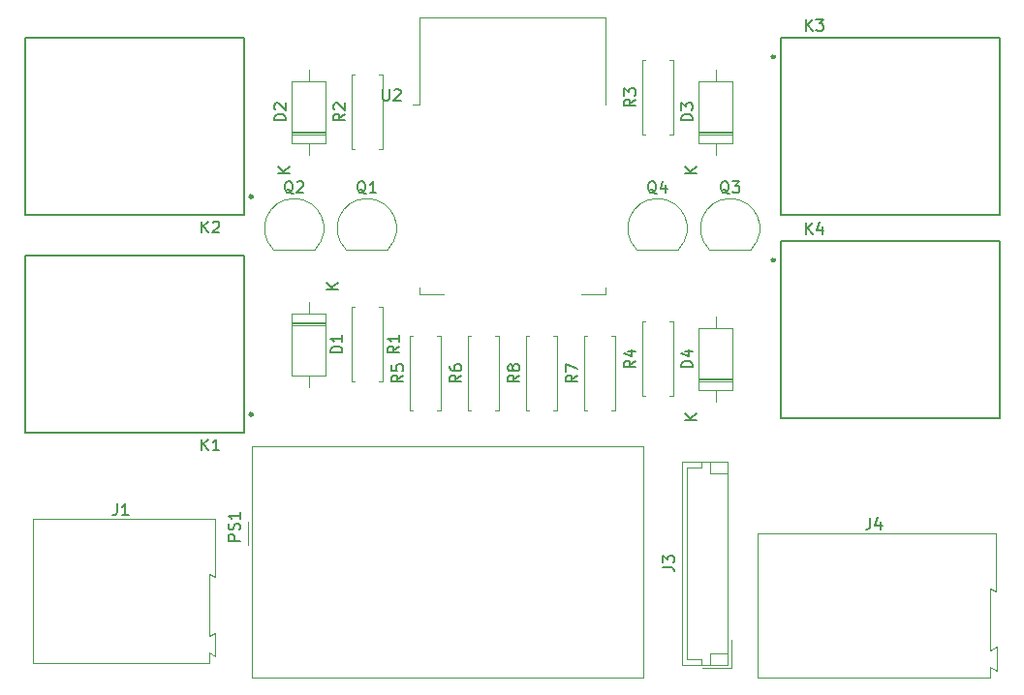
<source format=gto>
%TF.GenerationSoftware,KiCad,Pcbnew,(5.1.10)-1*%
%TF.CreationDate,2021-10-30T21:12:42+05:30*%
%TF.ProjectId,esp12swithch board,65737031-3273-4776-9974-68636820626f,rev?*%
%TF.SameCoordinates,Original*%
%TF.FileFunction,Legend,Top*%
%TF.FilePolarity,Positive*%
%FSLAX46Y46*%
G04 Gerber Fmt 4.6, Leading zero omitted, Abs format (unit mm)*
G04 Created by KiCad (PCBNEW (5.1.10)-1) date 2021-10-30 21:12:42*
%MOMM*%
%LPD*%
G01*
G04 APERTURE LIST*
%ADD10C,0.127000*%
%ADD11C,0.300000*%
%ADD12C,0.120000*%
%ADD13C,0.150000*%
G04 APERTURE END LIST*
D10*
%TO.C,K3*%
X210160000Y-63630000D02*
X210160000Y-48130000D01*
X210160000Y-48130000D02*
X229260000Y-48130000D01*
X229260000Y-48130000D02*
X229260000Y-63630000D01*
X229260000Y-63630000D02*
X210160000Y-63630000D01*
D11*
X209610000Y-49761000D02*
G75*
G03*
X209610000Y-49761000I-100000J0D01*
G01*
D10*
%TO.C,K4*%
X210160000Y-81410000D02*
X210160000Y-65910000D01*
X210160000Y-65910000D02*
X229260000Y-65910000D01*
X229260000Y-65910000D02*
X229260000Y-81410000D01*
X229260000Y-81410000D02*
X210160000Y-81410000D01*
D11*
X209610000Y-67541000D02*
G75*
G03*
X209610000Y-67541000I-100000J0D01*
G01*
D10*
%TO.C,K2*%
X163220000Y-48130000D02*
X163220000Y-63630000D01*
X163220000Y-63630000D02*
X144120000Y-63630000D01*
X144120000Y-63630000D02*
X144120000Y-48130000D01*
X144120000Y-48130000D02*
X163220000Y-48130000D01*
D11*
X163970000Y-61999000D02*
G75*
G03*
X163970000Y-61999000I-100000J0D01*
G01*
D12*
%TO.C,U2*%
X178570000Y-46300000D02*
X194810000Y-46300000D01*
X194810000Y-46300000D02*
X194810000Y-53920000D01*
X194810000Y-69920000D02*
X194810000Y-70540000D01*
X194810000Y-70540000D02*
X192690000Y-70540000D01*
X180690000Y-70540000D02*
X178570000Y-70540000D01*
X178570000Y-70540000D02*
X178570000Y-69920000D01*
X178570000Y-53920000D02*
X178570000Y-46300000D01*
X178570000Y-53920000D02*
X177960000Y-53920000D01*
%TO.C,R8*%
X188190000Y-80740000D02*
X187860000Y-80740000D01*
X187860000Y-80740000D02*
X187860000Y-74200000D01*
X187860000Y-74200000D02*
X188190000Y-74200000D01*
X190270000Y-80740000D02*
X190600000Y-80740000D01*
X190600000Y-80740000D02*
X190600000Y-74200000D01*
X190600000Y-74200000D02*
X190270000Y-74200000D01*
%TO.C,R7*%
X193270000Y-80740000D02*
X192940000Y-80740000D01*
X192940000Y-80740000D02*
X192940000Y-74200000D01*
X192940000Y-74200000D02*
X193270000Y-74200000D01*
X195350000Y-80740000D02*
X195680000Y-80740000D01*
X195680000Y-80740000D02*
X195680000Y-74200000D01*
X195680000Y-74200000D02*
X195350000Y-74200000D01*
%TO.C,R6*%
X183110000Y-80740000D02*
X182780000Y-80740000D01*
X182780000Y-80740000D02*
X182780000Y-74200000D01*
X182780000Y-74200000D02*
X183110000Y-74200000D01*
X185190000Y-80740000D02*
X185520000Y-80740000D01*
X185520000Y-80740000D02*
X185520000Y-74200000D01*
X185520000Y-74200000D02*
X185190000Y-74200000D01*
%TO.C,R5*%
X178030000Y-80740000D02*
X177700000Y-80740000D01*
X177700000Y-80740000D02*
X177700000Y-74200000D01*
X177700000Y-74200000D02*
X178030000Y-74200000D01*
X180110000Y-80740000D02*
X180440000Y-80740000D01*
X180440000Y-80740000D02*
X180440000Y-74200000D01*
X180440000Y-74200000D02*
X180110000Y-74200000D01*
%TO.C,R4*%
X198350000Y-79470000D02*
X198020000Y-79470000D01*
X198020000Y-79470000D02*
X198020000Y-72930000D01*
X198020000Y-72930000D02*
X198350000Y-72930000D01*
X200430000Y-79470000D02*
X200760000Y-79470000D01*
X200760000Y-79470000D02*
X200760000Y-72930000D01*
X200760000Y-72930000D02*
X200430000Y-72930000D01*
%TO.C,R3*%
X198350000Y-56610000D02*
X198020000Y-56610000D01*
X198020000Y-56610000D02*
X198020000Y-50070000D01*
X198020000Y-50070000D02*
X198350000Y-50070000D01*
X200430000Y-56610000D02*
X200760000Y-56610000D01*
X200760000Y-56610000D02*
X200760000Y-50070000D01*
X200760000Y-50070000D02*
X200430000Y-50070000D01*
%TO.C,R2*%
X172950000Y-57880000D02*
X172620000Y-57880000D01*
X172620000Y-57880000D02*
X172620000Y-51340000D01*
X172620000Y-51340000D02*
X172950000Y-51340000D01*
X175030000Y-57880000D02*
X175360000Y-57880000D01*
X175360000Y-57880000D02*
X175360000Y-51340000D01*
X175360000Y-51340000D02*
X175030000Y-51340000D01*
%TO.C,R1*%
X175030000Y-71660000D02*
X175360000Y-71660000D01*
X175360000Y-71660000D02*
X175360000Y-78200000D01*
X175360000Y-78200000D02*
X175030000Y-78200000D01*
X172950000Y-71660000D02*
X172620000Y-71660000D01*
X172620000Y-71660000D02*
X172620000Y-78200000D01*
X172620000Y-78200000D02*
X172950000Y-78200000D01*
%TO.C,Q4*%
X197590000Y-66620000D02*
X201190000Y-66620000D01*
X201228478Y-66608478D02*
G75*
G03*
X199390000Y-62170000I-1838478J1838478D01*
G01*
X197551522Y-66608478D02*
G75*
G02*
X199390000Y-62170000I1838478J1838478D01*
G01*
%TO.C,Q3*%
X203940000Y-66620000D02*
X207540000Y-66620000D01*
X207578478Y-66608478D02*
G75*
G03*
X205740000Y-62170000I-1838478J1838478D01*
G01*
X203901522Y-66608478D02*
G75*
G02*
X205740000Y-62170000I1838478J1838478D01*
G01*
%TO.C,Q2*%
X165840000Y-66620000D02*
X169440000Y-66620000D01*
X169478478Y-66608478D02*
G75*
G03*
X167640000Y-62170000I-1838478J1838478D01*
G01*
X165801522Y-66608478D02*
G75*
G02*
X167640000Y-62170000I1838478J1838478D01*
G01*
%TO.C,Q1*%
X172190000Y-66620000D02*
X175790000Y-66620000D01*
X175828478Y-66608478D02*
G75*
G03*
X173990000Y-62170000I-1838478J1838478D01*
G01*
X172151522Y-66608478D02*
G75*
G02*
X173990000Y-62170000I1838478J1838478D01*
G01*
%TO.C,PS1*%
X163580000Y-90440000D02*
X163580000Y-92450000D01*
X198170000Y-83840000D02*
X163970000Y-83840000D01*
X198170000Y-104040000D02*
X198170000Y-83840000D01*
X163970000Y-104040000D02*
X198170000Y-104040000D01*
X163970000Y-83840000D02*
X163970000Y-104040000D01*
D10*
%TO.C,K1*%
X163220000Y-67180000D02*
X163220000Y-82680000D01*
X163220000Y-82680000D02*
X144120000Y-82680000D01*
X144120000Y-82680000D02*
X144120000Y-67180000D01*
X144120000Y-67180000D02*
X163220000Y-67180000D01*
D11*
X163970000Y-81049000D02*
G75*
G03*
X163970000Y-81049000I-100000J0D01*
G01*
D12*
%TO.C,J4*%
X208170000Y-91490000D02*
X228970000Y-91490000D01*
X228970000Y-91490000D02*
X228970000Y-96540000D01*
X228970000Y-96540000D02*
X228470000Y-96290000D01*
X228470000Y-96290000D02*
X228470000Y-101690000D01*
X228470000Y-101690000D02*
X229020000Y-101390000D01*
X229020000Y-101390000D02*
X229020000Y-103440000D01*
X229020000Y-103440000D02*
X228470000Y-103140000D01*
X228470000Y-103140000D02*
X228470000Y-104090000D01*
X228470000Y-104090000D02*
X208170000Y-104090000D01*
X208170000Y-104090000D02*
X208170000Y-91490000D01*
%TO.C,J3*%
X201490000Y-102940000D02*
X205510000Y-102940000D01*
X205510000Y-102940000D02*
X205510000Y-85220000D01*
X205510000Y-85220000D02*
X201490000Y-85220000D01*
X201490000Y-85220000D02*
X201490000Y-102940000D01*
X203200000Y-102940000D02*
X203200000Y-102440000D01*
X203200000Y-102440000D02*
X201990000Y-102440000D01*
X201990000Y-102440000D02*
X201990000Y-85720000D01*
X201990000Y-85720000D02*
X203200000Y-85720000D01*
X203200000Y-85720000D02*
X203200000Y-85220000D01*
X204010000Y-102940000D02*
X204010000Y-101940000D01*
X204010000Y-101940000D02*
X205510000Y-101940000D01*
X204010000Y-85220000D02*
X204010000Y-86220000D01*
X204010000Y-86220000D02*
X205510000Y-86220000D01*
X203310000Y-103240000D02*
X205810000Y-103240000D01*
X205810000Y-103240000D02*
X205810000Y-100740000D01*
%TO.C,J1*%
X144830000Y-90220000D02*
X144830000Y-102820000D01*
X144830000Y-102820000D02*
X160230000Y-102820000D01*
X160230000Y-102820000D02*
X160230000Y-101870000D01*
X160230000Y-101870000D02*
X160730000Y-102170000D01*
X160730000Y-102170000D02*
X160730000Y-100170000D01*
X160730000Y-100170000D02*
X160230000Y-100420000D01*
X160230000Y-100420000D02*
X160230000Y-95020000D01*
X160230000Y-95020000D02*
X160730000Y-95270000D01*
X160730000Y-95270000D02*
X160730000Y-90220000D01*
X160730000Y-90220000D02*
X144830000Y-90220000D01*
%TO.C,D4*%
X203000000Y-78920000D02*
X205940000Y-78920000D01*
X205940000Y-78920000D02*
X205940000Y-73480000D01*
X205940000Y-73480000D02*
X203000000Y-73480000D01*
X203000000Y-73480000D02*
X203000000Y-78920000D01*
X204470000Y-79940000D02*
X204470000Y-78920000D01*
X204470000Y-72460000D02*
X204470000Y-73480000D01*
X203000000Y-78020000D02*
X205940000Y-78020000D01*
X203000000Y-77900000D02*
X205940000Y-77900000D01*
X203000000Y-78140000D02*
X205940000Y-78140000D01*
%TO.C,D3*%
X203000000Y-57330000D02*
X205940000Y-57330000D01*
X205940000Y-57330000D02*
X205940000Y-51890000D01*
X205940000Y-51890000D02*
X203000000Y-51890000D01*
X203000000Y-51890000D02*
X203000000Y-57330000D01*
X204470000Y-58350000D02*
X204470000Y-57330000D01*
X204470000Y-50870000D02*
X204470000Y-51890000D01*
X203000000Y-56430000D02*
X205940000Y-56430000D01*
X203000000Y-56310000D02*
X205940000Y-56310000D01*
X203000000Y-56550000D02*
X205940000Y-56550000D01*
%TO.C,D2*%
X167440000Y-57330000D02*
X170380000Y-57330000D01*
X170380000Y-57330000D02*
X170380000Y-51890000D01*
X170380000Y-51890000D02*
X167440000Y-51890000D01*
X167440000Y-51890000D02*
X167440000Y-57330000D01*
X168910000Y-58350000D02*
X168910000Y-57330000D01*
X168910000Y-50870000D02*
X168910000Y-51890000D01*
X167440000Y-56430000D02*
X170380000Y-56430000D01*
X167440000Y-56310000D02*
X170380000Y-56310000D01*
X167440000Y-56550000D02*
X170380000Y-56550000D01*
%TO.C,D1*%
X170380000Y-72210000D02*
X167440000Y-72210000D01*
X167440000Y-72210000D02*
X167440000Y-77650000D01*
X167440000Y-77650000D02*
X170380000Y-77650000D01*
X170380000Y-77650000D02*
X170380000Y-72210000D01*
X168910000Y-71190000D02*
X168910000Y-72210000D01*
X168910000Y-78670000D02*
X168910000Y-77650000D01*
X170380000Y-73110000D02*
X167440000Y-73110000D01*
X170380000Y-73230000D02*
X167440000Y-73230000D01*
X170380000Y-72990000D02*
X167440000Y-72990000D01*
%TO.C,K3*%
D13*
X212346205Y-47496583D02*
X212346205Y-46496489D01*
X212917687Y-47496583D02*
X212489075Y-46925101D01*
X212917687Y-46496489D02*
X212346205Y-47067971D01*
X213251052Y-46496489D02*
X213870158Y-46496489D01*
X213536793Y-46877477D01*
X213679664Y-46877477D01*
X213774911Y-46925101D01*
X213822534Y-46972724D01*
X213870158Y-47067971D01*
X213870158Y-47306089D01*
X213822534Y-47401336D01*
X213774911Y-47448959D01*
X213679664Y-47496583D01*
X213393922Y-47496583D01*
X213298675Y-47448959D01*
X213251052Y-47401336D01*
%TO.C,K4*%
X212346205Y-65276583D02*
X212346205Y-64276489D01*
X212917687Y-65276583D02*
X212489075Y-64705101D01*
X212917687Y-64276489D02*
X212346205Y-64847971D01*
X213774911Y-64609854D02*
X213774911Y-65276583D01*
X213536793Y-64228865D02*
X213298675Y-64943218D01*
X213917781Y-64943218D01*
%TO.C,K2*%
X159557465Y-65168263D02*
X159557465Y-64168169D01*
X160128947Y-65168263D02*
X159700335Y-64596781D01*
X160128947Y-64168169D02*
X159557465Y-64739651D01*
X160509935Y-64263416D02*
X160557559Y-64215793D01*
X160652806Y-64168169D01*
X160890924Y-64168169D01*
X160986171Y-64215793D01*
X161033794Y-64263416D01*
X161081418Y-64358663D01*
X161081418Y-64453910D01*
X161033794Y-64596781D01*
X160462312Y-65168263D01*
X161081418Y-65168263D01*
%TO.C,U2*%
X175368095Y-52612380D02*
X175368095Y-53421904D01*
X175415714Y-53517142D01*
X175463333Y-53564761D01*
X175558571Y-53612380D01*
X175749047Y-53612380D01*
X175844285Y-53564761D01*
X175891904Y-53517142D01*
X175939523Y-53421904D01*
X175939523Y-52612380D01*
X176368095Y-52707619D02*
X176415714Y-52660000D01*
X176510952Y-52612380D01*
X176749047Y-52612380D01*
X176844285Y-52660000D01*
X176891904Y-52707619D01*
X176939523Y-52802857D01*
X176939523Y-52898095D01*
X176891904Y-53040952D01*
X176320476Y-53612380D01*
X176939523Y-53612380D01*
%TO.C,R8*%
X187312380Y-77636666D02*
X186836190Y-77970000D01*
X187312380Y-78208095D02*
X186312380Y-78208095D01*
X186312380Y-77827142D01*
X186360000Y-77731904D01*
X186407619Y-77684285D01*
X186502857Y-77636666D01*
X186645714Y-77636666D01*
X186740952Y-77684285D01*
X186788571Y-77731904D01*
X186836190Y-77827142D01*
X186836190Y-78208095D01*
X186740952Y-77065238D02*
X186693333Y-77160476D01*
X186645714Y-77208095D01*
X186550476Y-77255714D01*
X186502857Y-77255714D01*
X186407619Y-77208095D01*
X186360000Y-77160476D01*
X186312380Y-77065238D01*
X186312380Y-76874761D01*
X186360000Y-76779523D01*
X186407619Y-76731904D01*
X186502857Y-76684285D01*
X186550476Y-76684285D01*
X186645714Y-76731904D01*
X186693333Y-76779523D01*
X186740952Y-76874761D01*
X186740952Y-77065238D01*
X186788571Y-77160476D01*
X186836190Y-77208095D01*
X186931428Y-77255714D01*
X187121904Y-77255714D01*
X187217142Y-77208095D01*
X187264761Y-77160476D01*
X187312380Y-77065238D01*
X187312380Y-76874761D01*
X187264761Y-76779523D01*
X187217142Y-76731904D01*
X187121904Y-76684285D01*
X186931428Y-76684285D01*
X186836190Y-76731904D01*
X186788571Y-76779523D01*
X186740952Y-76874761D01*
%TO.C,R7*%
X192392380Y-77636666D02*
X191916190Y-77970000D01*
X192392380Y-78208095D02*
X191392380Y-78208095D01*
X191392380Y-77827142D01*
X191440000Y-77731904D01*
X191487619Y-77684285D01*
X191582857Y-77636666D01*
X191725714Y-77636666D01*
X191820952Y-77684285D01*
X191868571Y-77731904D01*
X191916190Y-77827142D01*
X191916190Y-78208095D01*
X191392380Y-77303333D02*
X191392380Y-76636666D01*
X192392380Y-77065238D01*
%TO.C,R6*%
X182232380Y-77636666D02*
X181756190Y-77970000D01*
X182232380Y-78208095D02*
X181232380Y-78208095D01*
X181232380Y-77827142D01*
X181280000Y-77731904D01*
X181327619Y-77684285D01*
X181422857Y-77636666D01*
X181565714Y-77636666D01*
X181660952Y-77684285D01*
X181708571Y-77731904D01*
X181756190Y-77827142D01*
X181756190Y-78208095D01*
X181232380Y-76779523D02*
X181232380Y-76970000D01*
X181280000Y-77065238D01*
X181327619Y-77112857D01*
X181470476Y-77208095D01*
X181660952Y-77255714D01*
X182041904Y-77255714D01*
X182137142Y-77208095D01*
X182184761Y-77160476D01*
X182232380Y-77065238D01*
X182232380Y-76874761D01*
X182184761Y-76779523D01*
X182137142Y-76731904D01*
X182041904Y-76684285D01*
X181803809Y-76684285D01*
X181708571Y-76731904D01*
X181660952Y-76779523D01*
X181613333Y-76874761D01*
X181613333Y-77065238D01*
X181660952Y-77160476D01*
X181708571Y-77208095D01*
X181803809Y-77255714D01*
%TO.C,R5*%
X177152380Y-77636666D02*
X176676190Y-77970000D01*
X177152380Y-78208095D02*
X176152380Y-78208095D01*
X176152380Y-77827142D01*
X176200000Y-77731904D01*
X176247619Y-77684285D01*
X176342857Y-77636666D01*
X176485714Y-77636666D01*
X176580952Y-77684285D01*
X176628571Y-77731904D01*
X176676190Y-77827142D01*
X176676190Y-78208095D01*
X176152380Y-76731904D02*
X176152380Y-77208095D01*
X176628571Y-77255714D01*
X176580952Y-77208095D01*
X176533333Y-77112857D01*
X176533333Y-76874761D01*
X176580952Y-76779523D01*
X176628571Y-76731904D01*
X176723809Y-76684285D01*
X176961904Y-76684285D01*
X177057142Y-76731904D01*
X177104761Y-76779523D01*
X177152380Y-76874761D01*
X177152380Y-77112857D01*
X177104761Y-77208095D01*
X177057142Y-77255714D01*
%TO.C,R4*%
X197472380Y-76366666D02*
X196996190Y-76700000D01*
X197472380Y-76938095D02*
X196472380Y-76938095D01*
X196472380Y-76557142D01*
X196520000Y-76461904D01*
X196567619Y-76414285D01*
X196662857Y-76366666D01*
X196805714Y-76366666D01*
X196900952Y-76414285D01*
X196948571Y-76461904D01*
X196996190Y-76557142D01*
X196996190Y-76938095D01*
X196805714Y-75509523D02*
X197472380Y-75509523D01*
X196424761Y-75747619D02*
X197139047Y-75985714D01*
X197139047Y-75366666D01*
%TO.C,R3*%
X197472380Y-53506666D02*
X196996190Y-53840000D01*
X197472380Y-54078095D02*
X196472380Y-54078095D01*
X196472380Y-53697142D01*
X196520000Y-53601904D01*
X196567619Y-53554285D01*
X196662857Y-53506666D01*
X196805714Y-53506666D01*
X196900952Y-53554285D01*
X196948571Y-53601904D01*
X196996190Y-53697142D01*
X196996190Y-54078095D01*
X196472380Y-53173333D02*
X196472380Y-52554285D01*
X196853333Y-52887619D01*
X196853333Y-52744761D01*
X196900952Y-52649523D01*
X196948571Y-52601904D01*
X197043809Y-52554285D01*
X197281904Y-52554285D01*
X197377142Y-52601904D01*
X197424761Y-52649523D01*
X197472380Y-52744761D01*
X197472380Y-53030476D01*
X197424761Y-53125714D01*
X197377142Y-53173333D01*
%TO.C,R2*%
X172072380Y-54776666D02*
X171596190Y-55110000D01*
X172072380Y-55348095D02*
X171072380Y-55348095D01*
X171072380Y-54967142D01*
X171120000Y-54871904D01*
X171167619Y-54824285D01*
X171262857Y-54776666D01*
X171405714Y-54776666D01*
X171500952Y-54824285D01*
X171548571Y-54871904D01*
X171596190Y-54967142D01*
X171596190Y-55348095D01*
X171167619Y-54395714D02*
X171120000Y-54348095D01*
X171072380Y-54252857D01*
X171072380Y-54014761D01*
X171120000Y-53919523D01*
X171167619Y-53871904D01*
X171262857Y-53824285D01*
X171358095Y-53824285D01*
X171500952Y-53871904D01*
X172072380Y-54443333D01*
X172072380Y-53824285D01*
%TO.C,R1*%
X176812380Y-75096666D02*
X176336190Y-75430000D01*
X176812380Y-75668095D02*
X175812380Y-75668095D01*
X175812380Y-75287142D01*
X175860000Y-75191904D01*
X175907619Y-75144285D01*
X176002857Y-75096666D01*
X176145714Y-75096666D01*
X176240952Y-75144285D01*
X176288571Y-75191904D01*
X176336190Y-75287142D01*
X176336190Y-75668095D01*
X176812380Y-74144285D02*
X176812380Y-74715714D01*
X176812380Y-74430000D02*
X175812380Y-74430000D01*
X175955238Y-74525238D01*
X176050476Y-74620476D01*
X176098095Y-74715714D01*
%TO.C,Q4*%
X199294761Y-61757619D02*
X199199523Y-61710000D01*
X199104285Y-61614761D01*
X198961428Y-61471904D01*
X198866190Y-61424285D01*
X198770952Y-61424285D01*
X198818571Y-61662380D02*
X198723333Y-61614761D01*
X198628095Y-61519523D01*
X198580476Y-61329047D01*
X198580476Y-60995714D01*
X198628095Y-60805238D01*
X198723333Y-60710000D01*
X198818571Y-60662380D01*
X199009047Y-60662380D01*
X199104285Y-60710000D01*
X199199523Y-60805238D01*
X199247142Y-60995714D01*
X199247142Y-61329047D01*
X199199523Y-61519523D01*
X199104285Y-61614761D01*
X199009047Y-61662380D01*
X198818571Y-61662380D01*
X200104285Y-60995714D02*
X200104285Y-61662380D01*
X199866190Y-60614761D02*
X199628095Y-61329047D01*
X200247142Y-61329047D01*
%TO.C,Q3*%
X205644761Y-61757619D02*
X205549523Y-61710000D01*
X205454285Y-61614761D01*
X205311428Y-61471904D01*
X205216190Y-61424285D01*
X205120952Y-61424285D01*
X205168571Y-61662380D02*
X205073333Y-61614761D01*
X204978095Y-61519523D01*
X204930476Y-61329047D01*
X204930476Y-60995714D01*
X204978095Y-60805238D01*
X205073333Y-60710000D01*
X205168571Y-60662380D01*
X205359047Y-60662380D01*
X205454285Y-60710000D01*
X205549523Y-60805238D01*
X205597142Y-60995714D01*
X205597142Y-61329047D01*
X205549523Y-61519523D01*
X205454285Y-61614761D01*
X205359047Y-61662380D01*
X205168571Y-61662380D01*
X205930476Y-60662380D02*
X206549523Y-60662380D01*
X206216190Y-61043333D01*
X206359047Y-61043333D01*
X206454285Y-61090952D01*
X206501904Y-61138571D01*
X206549523Y-61233809D01*
X206549523Y-61471904D01*
X206501904Y-61567142D01*
X206454285Y-61614761D01*
X206359047Y-61662380D01*
X206073333Y-61662380D01*
X205978095Y-61614761D01*
X205930476Y-61567142D01*
%TO.C,Q2*%
X167544761Y-61757619D02*
X167449523Y-61710000D01*
X167354285Y-61614761D01*
X167211428Y-61471904D01*
X167116190Y-61424285D01*
X167020952Y-61424285D01*
X167068571Y-61662380D02*
X166973333Y-61614761D01*
X166878095Y-61519523D01*
X166830476Y-61329047D01*
X166830476Y-60995714D01*
X166878095Y-60805238D01*
X166973333Y-60710000D01*
X167068571Y-60662380D01*
X167259047Y-60662380D01*
X167354285Y-60710000D01*
X167449523Y-60805238D01*
X167497142Y-60995714D01*
X167497142Y-61329047D01*
X167449523Y-61519523D01*
X167354285Y-61614761D01*
X167259047Y-61662380D01*
X167068571Y-61662380D01*
X167878095Y-60757619D02*
X167925714Y-60710000D01*
X168020952Y-60662380D01*
X168259047Y-60662380D01*
X168354285Y-60710000D01*
X168401904Y-60757619D01*
X168449523Y-60852857D01*
X168449523Y-60948095D01*
X168401904Y-61090952D01*
X167830476Y-61662380D01*
X168449523Y-61662380D01*
%TO.C,Q1*%
X173894761Y-61757619D02*
X173799523Y-61710000D01*
X173704285Y-61614761D01*
X173561428Y-61471904D01*
X173466190Y-61424285D01*
X173370952Y-61424285D01*
X173418571Y-61662380D02*
X173323333Y-61614761D01*
X173228095Y-61519523D01*
X173180476Y-61329047D01*
X173180476Y-60995714D01*
X173228095Y-60805238D01*
X173323333Y-60710000D01*
X173418571Y-60662380D01*
X173609047Y-60662380D01*
X173704285Y-60710000D01*
X173799523Y-60805238D01*
X173847142Y-60995714D01*
X173847142Y-61329047D01*
X173799523Y-61519523D01*
X173704285Y-61614761D01*
X173609047Y-61662380D01*
X173418571Y-61662380D01*
X174799523Y-61662380D02*
X174228095Y-61662380D01*
X174513809Y-61662380D02*
X174513809Y-60662380D01*
X174418571Y-60805238D01*
X174323333Y-60900476D01*
X174228095Y-60948095D01*
%TO.C,PS1*%
X162882380Y-92104285D02*
X161882380Y-92104285D01*
X161882380Y-91723333D01*
X161930000Y-91628095D01*
X161977619Y-91580476D01*
X162072857Y-91532857D01*
X162215714Y-91532857D01*
X162310952Y-91580476D01*
X162358571Y-91628095D01*
X162406190Y-91723333D01*
X162406190Y-92104285D01*
X162834761Y-91151904D02*
X162882380Y-91009047D01*
X162882380Y-90770952D01*
X162834761Y-90675714D01*
X162787142Y-90628095D01*
X162691904Y-90580476D01*
X162596666Y-90580476D01*
X162501428Y-90628095D01*
X162453809Y-90675714D01*
X162406190Y-90770952D01*
X162358571Y-90961428D01*
X162310952Y-91056666D01*
X162263333Y-91104285D01*
X162168095Y-91151904D01*
X162072857Y-91151904D01*
X161977619Y-91104285D01*
X161930000Y-91056666D01*
X161882380Y-90961428D01*
X161882380Y-90723333D01*
X161930000Y-90580476D01*
X162882380Y-89628095D02*
X162882380Y-90199523D01*
X162882380Y-89913809D02*
X161882380Y-89913809D01*
X162025238Y-90009047D01*
X162120476Y-90104285D01*
X162168095Y-90199523D01*
%TO.C,K1*%
X159557465Y-84218263D02*
X159557465Y-83218169D01*
X160128947Y-84218263D02*
X159700335Y-83646781D01*
X160128947Y-83218169D02*
X159557465Y-83789651D01*
X161081418Y-84218263D02*
X160509935Y-84218263D01*
X160795677Y-84218263D02*
X160795677Y-83218169D01*
X160700429Y-83361040D01*
X160605182Y-83456287D01*
X160509935Y-83503910D01*
%TO.C,J4*%
X217986666Y-90092380D02*
X217986666Y-90806666D01*
X217939047Y-90949523D01*
X217843809Y-91044761D01*
X217700952Y-91092380D01*
X217605714Y-91092380D01*
X218891428Y-90425714D02*
X218891428Y-91092380D01*
X218653333Y-90044761D02*
X218415238Y-90759047D01*
X219034285Y-90759047D01*
%TO.C,J3*%
X199852380Y-94413333D02*
X200566666Y-94413333D01*
X200709523Y-94460952D01*
X200804761Y-94556190D01*
X200852380Y-94699047D01*
X200852380Y-94794285D01*
X199852380Y-94032380D02*
X199852380Y-93413333D01*
X200233333Y-93746666D01*
X200233333Y-93603809D01*
X200280952Y-93508571D01*
X200328571Y-93460952D01*
X200423809Y-93413333D01*
X200661904Y-93413333D01*
X200757142Y-93460952D01*
X200804761Y-93508571D01*
X200852380Y-93603809D01*
X200852380Y-93889523D01*
X200804761Y-93984761D01*
X200757142Y-94032380D01*
%TO.C,J1*%
X152146666Y-88872380D02*
X152146666Y-89586666D01*
X152099047Y-89729523D01*
X152003809Y-89824761D01*
X151860952Y-89872380D01*
X151765714Y-89872380D01*
X153146666Y-89872380D02*
X152575238Y-89872380D01*
X152860952Y-89872380D02*
X152860952Y-88872380D01*
X152765714Y-89015238D01*
X152670476Y-89110476D01*
X152575238Y-89158095D01*
%TO.C,D4*%
X202452380Y-76938095D02*
X201452380Y-76938095D01*
X201452380Y-76700000D01*
X201500000Y-76557142D01*
X201595238Y-76461904D01*
X201690476Y-76414285D01*
X201880952Y-76366666D01*
X202023809Y-76366666D01*
X202214285Y-76414285D01*
X202309523Y-76461904D01*
X202404761Y-76557142D01*
X202452380Y-76700000D01*
X202452380Y-76938095D01*
X201785714Y-75509523D02*
X202452380Y-75509523D01*
X201404761Y-75747619D02*
X202119047Y-75985714D01*
X202119047Y-75366666D01*
X202822380Y-81541904D02*
X201822380Y-81541904D01*
X202822380Y-80970476D02*
X202250952Y-81399047D01*
X201822380Y-80970476D02*
X202393809Y-81541904D01*
%TO.C,D3*%
X202452380Y-55348095D02*
X201452380Y-55348095D01*
X201452380Y-55110000D01*
X201500000Y-54967142D01*
X201595238Y-54871904D01*
X201690476Y-54824285D01*
X201880952Y-54776666D01*
X202023809Y-54776666D01*
X202214285Y-54824285D01*
X202309523Y-54871904D01*
X202404761Y-54967142D01*
X202452380Y-55110000D01*
X202452380Y-55348095D01*
X201452380Y-54443333D02*
X201452380Y-53824285D01*
X201833333Y-54157619D01*
X201833333Y-54014761D01*
X201880952Y-53919523D01*
X201928571Y-53871904D01*
X202023809Y-53824285D01*
X202261904Y-53824285D01*
X202357142Y-53871904D01*
X202404761Y-53919523D01*
X202452380Y-54014761D01*
X202452380Y-54300476D01*
X202404761Y-54395714D01*
X202357142Y-54443333D01*
X202822380Y-59951904D02*
X201822380Y-59951904D01*
X202822380Y-59380476D02*
X202250952Y-59809047D01*
X201822380Y-59380476D02*
X202393809Y-59951904D01*
%TO.C,D2*%
X166892380Y-55348095D02*
X165892380Y-55348095D01*
X165892380Y-55110000D01*
X165940000Y-54967142D01*
X166035238Y-54871904D01*
X166130476Y-54824285D01*
X166320952Y-54776666D01*
X166463809Y-54776666D01*
X166654285Y-54824285D01*
X166749523Y-54871904D01*
X166844761Y-54967142D01*
X166892380Y-55110000D01*
X166892380Y-55348095D01*
X165987619Y-54395714D02*
X165940000Y-54348095D01*
X165892380Y-54252857D01*
X165892380Y-54014761D01*
X165940000Y-53919523D01*
X165987619Y-53871904D01*
X166082857Y-53824285D01*
X166178095Y-53824285D01*
X166320952Y-53871904D01*
X166892380Y-54443333D01*
X166892380Y-53824285D01*
X167262380Y-59951904D02*
X166262380Y-59951904D01*
X167262380Y-59380476D02*
X166690952Y-59809047D01*
X166262380Y-59380476D02*
X166833809Y-59951904D01*
%TO.C,D1*%
X171832380Y-75668095D02*
X170832380Y-75668095D01*
X170832380Y-75430000D01*
X170880000Y-75287142D01*
X170975238Y-75191904D01*
X171070476Y-75144285D01*
X171260952Y-75096666D01*
X171403809Y-75096666D01*
X171594285Y-75144285D01*
X171689523Y-75191904D01*
X171784761Y-75287142D01*
X171832380Y-75430000D01*
X171832380Y-75668095D01*
X171832380Y-74144285D02*
X171832380Y-74715714D01*
X171832380Y-74430000D02*
X170832380Y-74430000D01*
X170975238Y-74525238D01*
X171070476Y-74620476D01*
X171118095Y-74715714D01*
X171462380Y-70111904D02*
X170462380Y-70111904D01*
X171462380Y-69540476D02*
X170890952Y-69969047D01*
X170462380Y-69540476D02*
X171033809Y-70111904D01*
%TD*%
M02*

</source>
